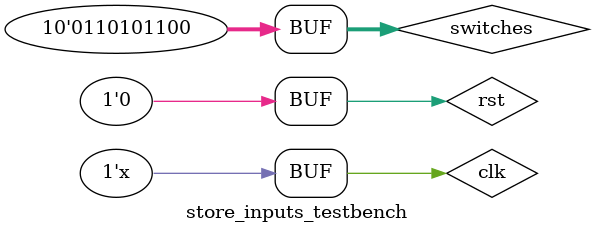
<source format=v>
`timescale 1ns / 1ps

module store_inputs_testbench;

    reg [9:0] switches;
    reg rst;
    reg clk;
    wire [9:0] sequence;
    
    store_inputs uut (
        .switches(switches),
        .rst(rst),
        .clk(clk),
        .sequence(sequence)
    );
    always #2 clk=~clk;
    initial begin
        // Initialize Inputs
       
        switches = 10'b0;    
        rst = 1'b0;        
        clk=1'b0;
 
        #30;
        switches[0] = 1;
        switches[2] = 1;
        switches[3] = 1;
        switches[5] = 1;
        switches[6] = 1;
        switches[7] = 1;
        switches[9] = 1;

        #10;   
        rst = 1;    
        #5;
        rst = 0; 
           
        #25    
        switches[0] = 0;
        switches[6] = 0;
        switches[8] = 1;
        switches[9] = 0;
        
        #100
        rst = 1;    
        #5;
        rst = 0; 
    end

endmodule


</source>
